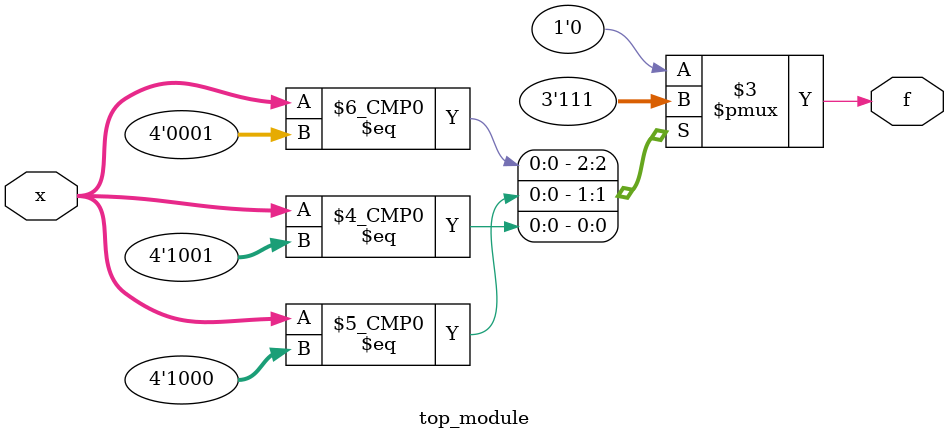
<source format=sv>
module top_module (
	input [4:1] x,
	output logic f
);

// Implementing the function f using a case statement
always_comb begin
	case(x)
		4'b0001: f = 1'b1;
		4'b0011: f = 1'b0;
		4'b0111: f = 1'b0;
		4'b1000: f = 1'b1;
		4'b1001: f = 1'b1;
		default: f = 1'b0;
	endcase
end

endmodule

</source>
